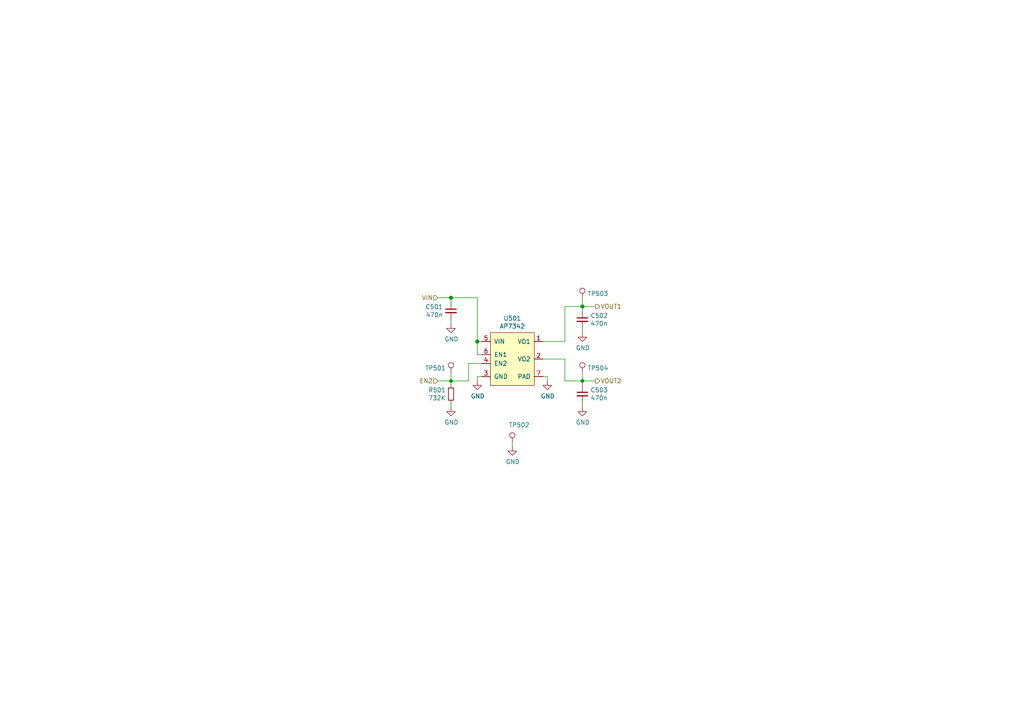
<source format=kicad_sch>
(kicad_sch (version 20210621) (generator eeschema)
  (paper "A4")
  (lib_symbols
    (symbol "DIYPie:AP7342" (pin_names (offset 1.016))
      (property "Reference" "U" (at -5.08 8.89 0))
      (property "Value" "AP7342" (at -2.54 -8.89 0))
      (symbol "AP7342_0_0"
        (pin power_out line (at 8.89 5.08 180) (length 2.54) (name "VO1") (number "1"))
        (pin power_out line (at 8.89 0 180) (length 2.54) (name "VO2") (number "2"))
        (pin power_in line (at -8.89 -5.08 0) (length 2.54) (name "GND") (number "3"))
        (pin input line (at -8.89 -1.27 0) (length 2.54) (name "EN2") (number "4"))
        (pin power_in line (at -8.89 5.08 0) (length 2.54) (name "VIN") (number "5"))
        (pin input line (at -8.89 1.27 0) (length 2.54) (name "EN1") (number "6"))
        (pin power_in line (at 8.89 -5.08 180) (length 2.54) (name "PAD") (number "7"))
      )
      (symbol "AP7342_0_1"
        (rectangle (start -6.35 7.62) (end 6.35 -7.62) (fill (type background)))
      )
    )
    (symbol "DIYPie:TestPoint" (pin_numbers hide) (pin_names (offset 0.762) hide)
      (property "Reference" "TP" (at 0 5.588 0))
      (property "Value" "TestPoint" (at 0 3.81 0))
      (symbol "TestPoint_0_1"
        (circle (center 0 2.032) (radius 0.762))
      )
      (symbol "TestPoint_1_1"
        (pin passive line (at 0 0 90) (length 1.27) (name "1") (number "1"))
      )
    )
    (symbol "Device:C_Small" (pin_numbers hide) (pin_names (offset 0.254) hide)
      (property "Reference" "C" (at 0.254 1.778 0))
      (property "Value" "C_Small" (at 0.254 -2.032 0))
      (symbol "C_Small_0_1"
        (polyline (pts (xy -1.524 -0.508) (xy 1.524 -0.508)) (stroke (width 0.3302)))
        (polyline (pts (xy -1.524 0.508) (xy 1.524 0.508)) (stroke (width 0.3048)))
      )
      (symbol "C_Small_1_1"
        (pin passive line (at 0 2.54 270) (length 2.032) (name "~") (number "1"))
        (pin passive line (at 0 -2.54 90) (length 2.032) (name "~") (number "2"))
      )
    )
    (symbol "Device:R_Small" (pin_numbers hide) (pin_names (offset 0.254) hide)
      (property "Reference" "R" (at 0.762 0.508 0))
      (property "Value" "R_Small" (at 0.762 -1.016 0))
      (symbol "R_Small_0_1"
        (rectangle (start -0.762 1.778) (end 0.762 -1.778) (stroke (width 0.2032)))
      )
      (symbol "R_Small_1_1"
        (pin passive line (at 0 2.54 270) (length 0.762) (name "~") (number "1"))
        (pin passive line (at 0 -2.54 90) (length 0.762) (name "~") (number "2"))
      )
    )
    (symbol "power:GND" (power) (pin_names (offset 0))
      (property "Value" "GND" (at 0 -3.81 0))
      (symbol "GND_0_1"
        (polyline (pts (xy 0 0) (xy 0 -1.27) (xy 1.27 -1.27) (xy 0 -2.54) (xy -1.27 -1.27) (xy 0 -1.27)))
      )
      (symbol "GND_1_1"
        (pin power_in line (at 0 0 270) (length 0) hide (name "GND") (number "1"))
      )
    )
  )
  (junction (at 130.81 86.36) (diameter 1.016))
  (junction (at 130.81 110.49) (diameter 0.9144))
  (junction (at 138.43 99.06) (diameter 1.016))
  (junction (at 168.91 88.9) (diameter 1.016))
  (junction (at 168.91 110.49) (diameter 0.9144))
  (wire (pts (xy 127 86.36) (xy 130.81 86.36)))
  (wire (pts (xy 127 110.49) (xy 130.81 110.49)))
  (wire (pts (xy 130.81 86.36) (xy 138.43 86.36)))
  (wire (pts (xy 130.81 87.63) (xy 130.81 86.36)))
  (wire (pts (xy 130.81 93.98) (xy 130.81 92.71)))
  (wire (pts (xy 130.81 107.95) (xy 130.81 110.49)))
  (wire (pts (xy 130.81 110.49) (xy 135.89 110.49)))
  (wire (pts (xy 130.81 111.76) (xy 130.81 110.49)))
  (wire (pts (xy 130.81 116.84) (xy 130.81 118.11)))
  (wire (pts (xy 135.89 105.41) (xy 139.7 105.41)))
  (wire (pts (xy 135.89 110.49) (xy 135.89 105.41)))
  (wire (pts (xy 138.43 86.36) (xy 138.43 99.06)))
  (wire (pts (xy 138.43 99.06) (xy 139.7 99.06)))
  (wire (pts (xy 138.43 102.87) (xy 138.43 99.06)))
  (wire (pts (xy 138.43 109.22) (xy 138.43 110.49)))
  (wire (pts (xy 139.7 102.87) (xy 138.43 102.87)))
  (wire (pts (xy 139.7 109.22) (xy 138.43 109.22)))
  (wire (pts (xy 148.59 128.27) (xy 148.59 129.54)))
  (wire (pts (xy 157.48 104.14) (xy 163.83 104.14)))
  (wire (pts (xy 157.48 109.22) (xy 158.75 109.22)))
  (wire (pts (xy 158.75 109.22) (xy 158.75 110.49)))
  (wire (pts (xy 163.83 88.9) (xy 163.83 99.06)))
  (wire (pts (xy 163.83 99.06) (xy 157.48 99.06)))
  (wire (pts (xy 163.83 104.14) (xy 163.83 110.49)))
  (wire (pts (xy 163.83 110.49) (xy 168.91 110.49)))
  (wire (pts (xy 168.91 86.36) (xy 168.91 88.9)))
  (wire (pts (xy 168.91 88.9) (xy 163.83 88.9)))
  (wire (pts (xy 168.91 88.9) (xy 172.72 88.9)))
  (wire (pts (xy 168.91 90.17) (xy 168.91 88.9)))
  (wire (pts (xy 168.91 96.52) (xy 168.91 95.25)))
  (wire (pts (xy 168.91 107.95) (xy 168.91 110.49)))
  (wire (pts (xy 168.91 110.49) (xy 172.72 110.49)))
  (wire (pts (xy 168.91 111.76) (xy 168.91 110.49)))
  (wire (pts (xy 168.91 118.11) (xy 168.91 116.84)))
  (hierarchical_label "VIN" (shape input) (at 127 86.36 180))
  (hierarchical_label "EN2" (shape input) (at 127 110.49 180))
  (hierarchical_label "VOUT1" (shape output) (at 172.72 88.9 0))
  (hierarchical_label "VOUT2" (shape output) (at 172.72 110.49 0))
  (symbol (lib_id "DIYPie:TestPoint") (at 130.81 107.95 0) (mirror y) (unit 1)
    (property "Reference" "TP501" (at 129.3368 106.7562 0) (effects (justify left)))
    (property "Value" "TestPoint" (effects hide))
    (property "Footprint" "DIYPie:TestPoint_Pad_D1.5mm" (effects hide))
    (property "Description" "Generic testpoint" (effects hide))
  )
  (symbol (lib_id "DIYPie:TestPoint") (at 148.59 128.27 0) (unit 1)
    (property "Reference" "TP502" (at 147.5232 123.2662 0) (effects (justify left)))
    (property "Value" "TestPoint" (effects hide))
    (property "Footprint" "DIYPie:TestPoint_Pad_D1.5mm" (effects hide))
    (property "Description" "Generic testpoint" (effects hide))
  )
  (symbol (lib_id "DIYPie:TestPoint") (at 168.91 86.36 0) (unit 1)
    (property "Reference" "TP503" (at 170.3832 85.1662 0) (effects (justify left)))
    (property "Value" "TestPoint" (effects hide))
    (property "Footprint" "DIYPie:TestPoint_Pad_D1.5mm" (effects hide))
    (property "Description" "Generic testpoint" (effects hide))
  )
  (symbol (lib_id "DIYPie:TestPoint") (at 168.91 107.95 0) (unit 1)
    (property "Reference" "TP504" (at 170.3832 106.7562 0) (effects (justify left)))
    (property "Value" "TestPoint" (effects hide))
    (property "Footprint" "DIYPie:TestPoint_Pad_D1.5mm" (effects hide))
    (property "Description" "Generic testpoint" (effects hide))
  )
  (symbol (lib_id "power:GND") (at 130.81 93.98 0) (unit 1)
    (property "Reference" "#PWR0501" (effects hide))
    (property "Value" "GND" (at 130.937 98.3742 0))
  )
  (symbol (lib_id "power:GND") (at 130.81 118.11 0) (unit 1)
    (property "Reference" "#PWR0502" (effects hide))
    (property "Value" "GND" (at 130.937 122.5042 0))
  )
  (symbol (lib_id "power:GND") (at 138.43 110.49 0) (unit 1)
    (property "Reference" "#PWR0503" (effects hide))
    (property "Value" "GND" (at 138.557 114.8842 0))
  )
  (symbol (lib_id "power:GND") (at 148.59 129.54 0) (unit 1)
    (property "Reference" "#PWR0504" (effects hide))
    (property "Value" "GND" (at 148.717 133.9342 0))
  )
  (symbol (lib_id "power:GND") (at 158.75 110.49 0) (unit 1)
    (property "Reference" "#PWR0505" (effects hide))
    (property "Value" "GND" (at 158.877 114.8842 0))
  )
  (symbol (lib_id "power:GND") (at 168.91 96.52 0) (unit 1)
    (property "Reference" "#PWR0506" (effects hide))
    (property "Value" "GND" (at 169.037 100.9142 0))
  )
  (symbol (lib_id "power:GND") (at 168.91 118.11 0) (unit 1)
    (property "Reference" "#PWR0507" (effects hide))
    (property "Value" "GND" (at 169.037 122.5042 0))
  )
  (symbol (lib_id "Device:R_Small") (at 130.81 114.3 0) (mirror y) (unit 1)
    (property "Reference" "R501" (at 129.3114 113.1316 0) (effects (justify left)))
    (property "Value" "732K" (at 129.3114 115.443 0) (effects (justify left)))
    (property "Footprint" "DIYPie:R_0402_1005Metric" (effects hide))
    (property "Manufacturer" "any" (effects hide))
    (property "Mouser_PN" "603-RC0402FR-07732KL" (effects hide))
    (property "Mouser_PL" "https://eu.mouser.com/ProductDetail/Yageo/RC0402FR-07732KL?qs=Is6ZsIPfHkax3rrRLISTXA%3D%3D" (effects hide))
    (property "Tolerance" "1%" (effects hide))
  )
  (symbol (lib_id "Device:C_Small") (at 130.81 90.17 0) (unit 1)
    (property "Reference" "C501" (at 128.4732 89.0016 0) (effects (justify right)))
    (property "Value" "470n" (at 128.4732 91.313 0) (effects (justify right)))
    (property "Footprint" "DIYPie:C_0402_1005Metric" (effects hide))
    (property "Manufacturer" "any" (effects hide))
    (property "Mouser_PN" "963-JMK105BJ474MV-F" (effects hide))
    (property "Mouser_PL" "https://eu.mouser.com/ProductDetail/Taiyo-Yuden/JMK105BJ474MV-F?qs=sGAEpiMZZMvsSlwiRhF8qvXH2%252BT6Wjq1H9EODWG06L26C1SBUt6ZpA%3D%3D" (effects hide))
    (property "Tolerance" "20%" (effects hide))
    (property "Voltage" "6.3V" (effects hide))
    (property "Dielectric" "X5R" (effects hide))
  )
  (symbol (lib_id "Device:C_Small") (at 168.91 92.71 0) (mirror y) (unit 1)
    (property "Reference" "C502" (at 171.2468 91.5416 0) (effects (justify right)))
    (property "Value" "470n" (at 171.2468 93.853 0) (effects (justify right)))
    (property "Footprint" "DIYPie:C_0402_1005Metric" (effects hide))
    (property "Manufacturer" "any" (effects hide))
    (property "Mouser_PN" "963-JMK105BJ474MV-F" (effects hide))
    (property "Mouser_PL" "https://eu.mouser.com/ProductDetail/Taiyo-Yuden/JMK105BJ474MV-F?qs=sGAEpiMZZMvsSlwiRhF8qvXH2%252BT6Wjq1H9EODWG06L26C1SBUt6ZpA%3D%3D" (effects hide))
    (property "Tolerance" "20%" (effects hide))
    (property "Voltage" "6.3V" (effects hide))
    (property "Dielectric" "X5R" (effects hide))
  )
  (symbol (lib_id "Device:C_Small") (at 168.91 114.3 0) (mirror y) (unit 1)
    (property "Reference" "C503" (at 171.2468 113.1316 0) (effects (justify right)))
    (property "Value" "470n" (at 171.2468 115.443 0) (effects (justify right)))
    (property "Footprint" "DIYPie:C_0402_1005Metric" (effects hide))
    (property "Manufacturer" "any" (effects hide))
    (property "Mouser_PN" "963-JMK105BJ474MV-F" (effects hide))
    (property "Mouser_PL" "https://eu.mouser.com/ProductDetail/Taiyo-Yuden/JMK105BJ474MV-F?qs=sGAEpiMZZMvsSlwiRhF8qvXH2%252BT6Wjq1H9EODWG06L26C1SBUt6ZpA%3D%3D" (effects hide))
    (property "Tolerance" "20%" (effects hide))
    (property "Voltage" "6.3V" (effects hide))
    (property "Dielectric" "X5R" (effects hide))
  )
  (symbol (lib_id "DIYPie:AP7342") (at 148.59 104.14 0) (unit 1)
    (property "Reference" "U501" (at 148.59 92.329 0))
    (property "Value" "AP7342" (at 148.59 94.6404 0))
    (property "Footprint" "DIYPie:DIODES_X2-DFN1212-6" (effects hide))
    (property "Datasheet" "https://ro.mouser.com/datasheet/2/115/AP7342-553033.pdf" (effects hide))
  )
)
</source>
